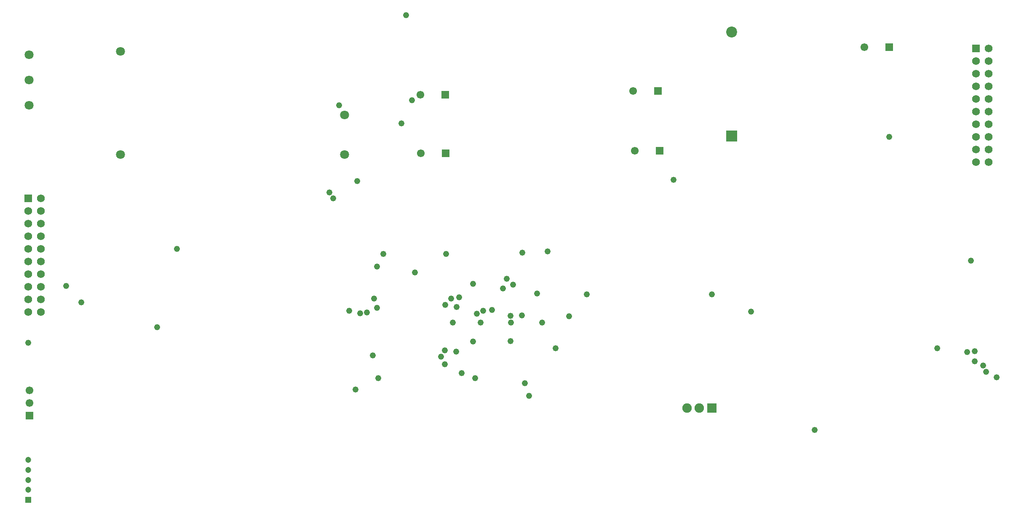
<source format=gbs>
G04*
G04 #@! TF.GenerationSoftware,Altium Limited,Altium Designer,24.8.2 (39)*
G04*
G04 Layer_Color=16711935*
%FSLAX44Y44*%
%MOMM*%
G71*
G04*
G04 #@! TF.SameCoordinates,10B77030-9BE5-4BC5-9E5E-3B2CA86DC2A3*
G04*
G04*
G04 #@! TF.FilePolarity,Negative*
G04*
G01*
G75*
%ADD44C,1.8034*%
%ADD45R,1.5700X1.5700*%
%ADD46C,1.5700*%
%ADD47C,1.5500*%
%ADD48R,1.5500X1.5500*%
%ADD49C,1.2000*%
%ADD50R,1.2000X1.2000*%
%ADD51R,1.5500X1.5500*%
%ADD52C,2.2000*%
%ADD53R,2.2000X2.2000*%
%ADD54R,1.9032X1.9032*%
%ADD55C,1.9032*%
%ADD56C,1.2192*%
D44*
X297180Y1578610D02*
D03*
Y1786610D02*
D03*
X747180Y1658610D02*
D03*
Y1578610D02*
D03*
X113030Y1779270D02*
D03*
Y1728470D02*
D03*
Y1677670D02*
D03*
D45*
X111760Y1490980D02*
D03*
X2016760Y1791970D02*
D03*
D46*
X111760Y1465580D02*
D03*
Y1440180D02*
D03*
Y1414780D02*
D03*
Y1389380D02*
D03*
Y1363980D02*
D03*
Y1338580D02*
D03*
Y1313180D02*
D03*
Y1287780D02*
D03*
Y1262380D02*
D03*
X137160Y1490980D02*
D03*
Y1465580D02*
D03*
Y1440180D02*
D03*
Y1414780D02*
D03*
Y1389380D02*
D03*
Y1363980D02*
D03*
Y1338580D02*
D03*
Y1313180D02*
D03*
Y1287780D02*
D03*
Y1262380D02*
D03*
X2042160Y1563370D02*
D03*
Y1588770D02*
D03*
Y1614170D02*
D03*
Y1639570D02*
D03*
Y1664970D02*
D03*
Y1690370D02*
D03*
Y1715770D02*
D03*
Y1741170D02*
D03*
Y1766570D02*
D03*
Y1791970D02*
D03*
X2016760Y1563370D02*
D03*
Y1588770D02*
D03*
Y1614170D02*
D03*
Y1639570D02*
D03*
Y1664970D02*
D03*
Y1690370D02*
D03*
Y1715770D02*
D03*
Y1741170D02*
D03*
Y1766570D02*
D03*
D47*
X899560Y1699260D02*
D03*
X114300Y1104900D02*
D03*
Y1079500D02*
D03*
X900830Y1581150D02*
D03*
X1792370Y1794510D02*
D03*
X1330490Y1586230D02*
D03*
X1327550Y1706880D02*
D03*
D48*
X949560Y1699260D02*
D03*
X950830Y1581150D02*
D03*
X1842370Y1794510D02*
D03*
X1380490Y1586230D02*
D03*
X1377550Y1706880D02*
D03*
D49*
X111760Y964880D02*
D03*
Y944880D02*
D03*
Y924880D02*
D03*
Y904880D02*
D03*
D50*
Y884880D02*
D03*
D51*
X114300Y1054100D02*
D03*
D52*
X1525270Y1825550D02*
D03*
D53*
Y1616150D02*
D03*
D54*
X1485500Y1069490D02*
D03*
D55*
X1435500D02*
D03*
X1460500D02*
D03*
D56*
X1080770Y1254760D02*
D03*
X1144270Y1240790D02*
D03*
X949960Y1276350D02*
D03*
X961390Y1289050D02*
D03*
X218440Y1281430D02*
D03*
X111760Y1200150D02*
D03*
X187960Y1314450D02*
D03*
X2014220Y1163320D02*
D03*
X2030730Y1154430D02*
D03*
X2037080Y1141730D02*
D03*
X756920Y1264920D02*
D03*
X792370Y1261872D02*
D03*
X806450Y1289050D02*
D03*
X1085850Y1316990D02*
D03*
X1080770Y1203960D02*
D03*
X1082040Y1240790D02*
D03*
X1043940Y1266190D02*
D03*
X1026160Y1264920D02*
D03*
X971550Y1182370D02*
D03*
X948690Y1184910D02*
D03*
X803910Y1174750D02*
D03*
X778510Y1259840D02*
D03*
X941070Y1172210D02*
D03*
X1134110Y1299210D02*
D03*
X1009650Y1129030D02*
D03*
X982980Y1139190D02*
D03*
X972820Y1272540D02*
D03*
X977900Y1291590D02*
D03*
X1408430Y1527810D02*
D03*
X882650Y1687830D02*
D03*
X736600Y1677670D02*
D03*
X1564386Y1263396D02*
D03*
X1013460Y1258570D02*
D03*
X2006346Y1365250D02*
D03*
X1939036Y1189736D02*
D03*
X1171553D02*
D03*
X1998726Y1181608D02*
D03*
X948944Y1157478D02*
D03*
X1005840Y1202690D02*
D03*
X964946Y1241552D02*
D03*
X1118362Y1093978D02*
D03*
X1692546Y1025254D02*
D03*
X2014220Y1183386D02*
D03*
X889254Y1341882D02*
D03*
X1021080Y1241298D02*
D03*
X370586Y1232154D02*
D03*
X1198880Y1254252D02*
D03*
X1105154Y1381506D02*
D03*
X1073150Y1329010D02*
D03*
X1005586Y1318768D02*
D03*
X815086Y1129284D02*
D03*
X2057908Y1131316D02*
D03*
X862076Y1641602D02*
D03*
X870966Y1859280D02*
D03*
X772524Y1525668D02*
D03*
X1065410Y1309878D02*
D03*
X1155954Y1384554D02*
D03*
X951230Y1378966D02*
D03*
X825500D02*
D03*
X1234694Y1297940D02*
D03*
X1485500D02*
D03*
X1103884Y1255776D02*
D03*
X1109472Y1119124D02*
D03*
X769620Y1106424D02*
D03*
X717042Y1502410D02*
D03*
X724662Y1490980D02*
D03*
X410718Y1389380D02*
D03*
X812292Y1270762D02*
D03*
X1842370Y1614170D02*
D03*
X812800Y1353566D02*
D03*
M02*

</source>
